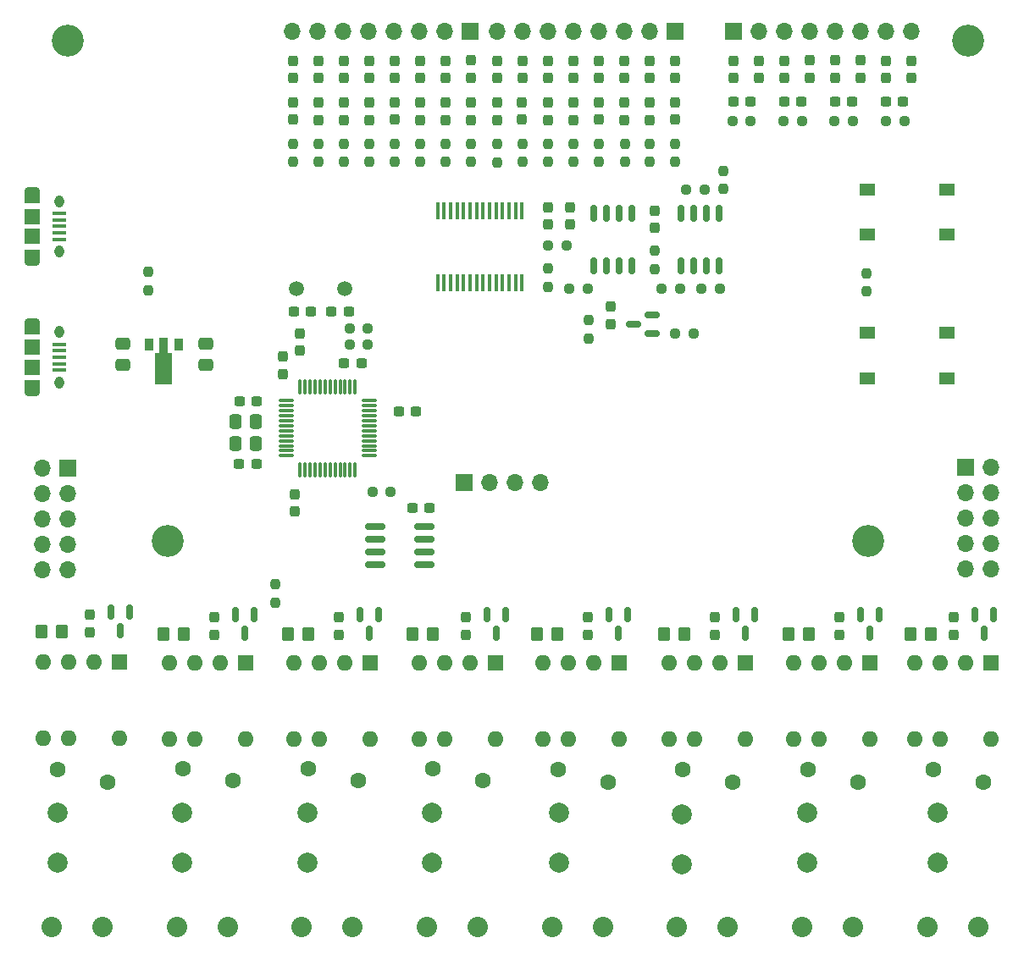
<source format=gts>
%TF.GenerationSoftware,KiCad,Pcbnew,(6.0.5)*%
%TF.CreationDate,2023-10-09T20:54:02-04:00*%
%TF.ProjectId,solar-controller-2023,736f6c61-722d-4636-9f6e-74726f6c6c65,rev?*%
%TF.SameCoordinates,Original*%
%TF.FileFunction,Soldermask,Top*%
%TF.FilePolarity,Negative*%
%FSLAX46Y46*%
G04 Gerber Fmt 4.6, Leading zero omitted, Abs format (unit mm)*
G04 Created by KiCad (PCBNEW (6.0.5)) date 2023-10-09 20:54:02*
%MOMM*%
%LPD*%
G01*
G04 APERTURE LIST*
G04 Aperture macros list*
%AMRoundRect*
0 Rectangle with rounded corners*
0 $1 Rounding radius*
0 $2 $3 $4 $5 $6 $7 $8 $9 X,Y pos of 4 corners*
0 Add a 4 corners polygon primitive as box body*
4,1,4,$2,$3,$4,$5,$6,$7,$8,$9,$2,$3,0*
0 Add four circle primitives for the rounded corners*
1,1,$1+$1,$2,$3*
1,1,$1+$1,$4,$5*
1,1,$1+$1,$6,$7*
1,1,$1+$1,$8,$9*
0 Add four rect primitives between the rounded corners*
20,1,$1+$1,$2,$3,$4,$5,0*
20,1,$1+$1,$4,$5,$6,$7,0*
20,1,$1+$1,$6,$7,$8,$9,0*
20,1,$1+$1,$8,$9,$2,$3,0*%
%AMFreePoly0*
4,1,9,3.862500,-0.866500,0.737500,-0.866500,0.737500,-0.450000,-0.737500,-0.450000,-0.737500,0.450000,0.737500,0.450000,0.737500,0.866500,3.862500,0.866500,3.862500,-0.866500,3.862500,-0.866500,$1*%
G04 Aperture macros list end*
%ADD10RoundRect,0.237500X-0.237500X0.250000X-0.237500X-0.250000X0.237500X-0.250000X0.237500X0.250000X0*%
%ADD11C,3.200000*%
%ADD12R,1.350000X0.400000*%
%ADD13R,1.550000X1.200000*%
%ADD14O,0.950000X1.250000*%
%ADD15R,1.550000X1.500000*%
%ADD16O,1.550000X0.890000*%
%ADD17RoundRect,0.150000X0.587500X0.150000X-0.587500X0.150000X-0.587500X-0.150000X0.587500X-0.150000X0*%
%ADD18C,2.000000*%
%ADD19C,1.500000*%
%ADD20O,1.600000X1.600000*%
%ADD21R,1.600000X1.600000*%
%ADD22R,0.900000X1.300000*%
%ADD23FreePoly0,270.000000*%
%ADD24RoundRect,0.075000X-0.662500X-0.075000X0.662500X-0.075000X0.662500X0.075000X-0.662500X0.075000X0*%
%ADD25RoundRect,0.075000X-0.075000X-0.662500X0.075000X-0.662500X0.075000X0.662500X-0.075000X0.662500X0*%
%ADD26RoundRect,0.150000X-0.825000X-0.150000X0.825000X-0.150000X0.825000X0.150000X-0.825000X0.150000X0*%
%ADD27RoundRect,0.150000X0.150000X-0.675000X0.150000X0.675000X-0.150000X0.675000X-0.150000X-0.675000X0*%
%ADD28R,0.450000X1.750000*%
%ADD29R,1.550000X1.300000*%
%ADD30C,1.600000*%
%ADD31RoundRect,0.250000X-0.350000X-0.450000X0.350000X-0.450000X0.350000X0.450000X-0.350000X0.450000X0*%
%ADD32RoundRect,0.237500X-0.250000X-0.237500X0.250000X-0.237500X0.250000X0.237500X-0.250000X0.237500X0*%
%ADD33RoundRect,0.237500X0.237500X-0.250000X0.237500X0.250000X-0.237500X0.250000X-0.237500X-0.250000X0*%
%ADD34RoundRect,0.237500X0.250000X0.237500X-0.250000X0.237500X-0.250000X-0.237500X0.250000X-0.237500X0*%
%ADD35RoundRect,0.150000X-0.150000X0.587500X-0.150000X-0.587500X0.150000X-0.587500X0.150000X0.587500X0*%
%ADD36C,2.032000*%
%ADD37O,1.700000X1.700000*%
%ADD38R,1.700000X1.700000*%
%ADD39RoundRect,0.237500X-0.237500X0.300000X-0.237500X-0.300000X0.237500X-0.300000X0.237500X0.300000X0*%
%ADD40RoundRect,0.237500X0.237500X-0.287500X0.237500X0.287500X-0.237500X0.287500X-0.237500X-0.287500X0*%
%ADD41RoundRect,0.237500X0.237500X-0.300000X0.237500X0.300000X-0.237500X0.300000X-0.237500X-0.300000X0*%
%ADD42RoundRect,0.237500X-0.300000X-0.237500X0.300000X-0.237500X0.300000X0.237500X-0.300000X0.237500X0*%
%ADD43RoundRect,0.237500X0.300000X0.237500X-0.300000X0.237500X-0.300000X-0.237500X0.300000X-0.237500X0*%
%ADD44RoundRect,0.250000X0.337500X0.475000X-0.337500X0.475000X-0.337500X-0.475000X0.337500X-0.475000X0*%
%ADD45RoundRect,0.250000X0.475000X-0.337500X0.475000X0.337500X-0.475000X0.337500X-0.475000X-0.337500X0*%
G04 APERTURE END LIST*
D10*
%TO.C,R44*%
X113030000Y-78081500D03*
X113030000Y-79906500D03*
%TD*%
D11*
%TO.C,REF\u002A\u002A*%
X185000000Y-105000000D03*
%TD*%
D12*
%TO.C,J5*%
X104135000Y-72240000D03*
X104135000Y-72890000D03*
X104135000Y-73540000D03*
X104135000Y-74190000D03*
X104135000Y-74840000D03*
D13*
X101435000Y-70640000D03*
D14*
X104135000Y-76040000D03*
D15*
X101435000Y-74540000D03*
D16*
X101435000Y-77040000D03*
D13*
X101435000Y-76440000D03*
D14*
X104135000Y-71040000D03*
D15*
X101435000Y-72540000D03*
D16*
X101435000Y-70040000D03*
%TD*%
D12*
%TO.C,J8*%
X104140000Y-85330000D03*
X104140000Y-85980000D03*
X104140000Y-86630000D03*
X104140000Y-87280000D03*
X104140000Y-87930000D03*
D13*
X101440000Y-83730000D03*
D14*
X104140000Y-89130000D03*
D15*
X101440000Y-87630000D03*
D16*
X101440000Y-90130000D03*
D13*
X101440000Y-89530000D03*
D14*
X104140000Y-84130000D03*
D15*
X101440000Y-85630000D03*
D16*
X101440000Y-83130000D03*
%TD*%
D11*
%TO.C,REF\u002A\u002A*%
X195000000Y-55000000D03*
%TD*%
%TO.C,REF\u002A\u002A*%
X115000000Y-105000000D03*
%TD*%
%TO.C,REF\u002A\u002A*%
X105000000Y-55000000D03*
%TD*%
D17*
%TO.C,Q1*%
X163450000Y-84260000D03*
X163450000Y-82360000D03*
X161575000Y-83310000D03*
%TD*%
D18*
%TO.C,F8*%
X141440000Y-132210000D03*
X141440000Y-137210000D03*
%TD*%
%TO.C,F7*%
X116440000Y-137210000D03*
X116440000Y-132210000D03*
%TD*%
%TO.C,F6*%
X128940000Y-132210000D03*
X128940000Y-137210000D03*
%TD*%
%TO.C,F5*%
X103940000Y-132210000D03*
X103940000Y-137210000D03*
%TD*%
%TO.C,F4*%
X191940000Y-132210000D03*
X191940000Y-137210000D03*
%TD*%
%TO.C,F3*%
X166370000Y-132334000D03*
X166370000Y-137334000D03*
%TD*%
%TO.C,F2*%
X178940000Y-132210000D03*
X178940000Y-137210000D03*
%TD*%
%TO.C,F1*%
X154090000Y-132210000D03*
X154090000Y-137210000D03*
%TD*%
D19*
%TO.C,Y1*%
X132710000Y-79810000D03*
X127830000Y-79810000D03*
%TD*%
D20*
%TO.C,U14*%
X147775000Y-124795000D03*
X142695000Y-124795000D03*
X140155000Y-124795000D03*
X140155000Y-117175000D03*
X142695000Y-117175000D03*
X145235000Y-117175000D03*
D21*
X147775000Y-117175000D03*
%TD*%
%TO.C,U13*%
X122800000Y-117175000D03*
D20*
X120260000Y-117175000D03*
X117720000Y-117175000D03*
X115180000Y-117175000D03*
X115180000Y-124795000D03*
X117720000Y-124795000D03*
X122800000Y-124795000D03*
%TD*%
%TO.C,U12*%
X135250000Y-124795000D03*
X130170000Y-124795000D03*
X127630000Y-124795000D03*
X127630000Y-117175000D03*
X130170000Y-117175000D03*
X132710000Y-117175000D03*
D21*
X135250000Y-117175000D03*
%TD*%
D20*
%TO.C,U11*%
X110200000Y-124745000D03*
X105120000Y-124745000D03*
X102580000Y-124745000D03*
X102580000Y-117125000D03*
X105120000Y-117125000D03*
X107660000Y-117125000D03*
D21*
X110200000Y-117125000D03*
%TD*%
%TO.C,U10*%
X197300000Y-117200000D03*
D20*
X194760000Y-117200000D03*
X192220000Y-117200000D03*
X189680000Y-117200000D03*
X189680000Y-124820000D03*
X192220000Y-124820000D03*
X197300000Y-124820000D03*
%TD*%
D21*
%TO.C,U9*%
X172700000Y-117175000D03*
D20*
X170160000Y-117175000D03*
X167620000Y-117175000D03*
X165080000Y-117175000D03*
X165080000Y-124795000D03*
X167620000Y-124795000D03*
X172700000Y-124795000D03*
%TD*%
D21*
%TO.C,U8*%
X185156000Y-117200000D03*
D20*
X182616000Y-117200000D03*
X180076000Y-117200000D03*
X177536000Y-117200000D03*
X177536000Y-124820000D03*
X180076000Y-124820000D03*
X185156000Y-124820000D03*
%TD*%
D21*
%TO.C,U7*%
X160150000Y-117175000D03*
D20*
X157610000Y-117175000D03*
X155070000Y-117175000D03*
X152530000Y-117175000D03*
X152530000Y-124795000D03*
X155070000Y-124795000D03*
X160150000Y-124795000D03*
%TD*%
D22*
%TO.C,U6*%
X116088000Y-85381500D03*
D23*
X114588000Y-85469000D03*
D22*
X113088000Y-85381500D03*
%TD*%
D24*
%TO.C,U5*%
X126807500Y-90980000D03*
X126807500Y-91480000D03*
X126807500Y-91980000D03*
X126807500Y-92480000D03*
X126807500Y-92980000D03*
X126807500Y-93480000D03*
X126807500Y-93980000D03*
X126807500Y-94480000D03*
X126807500Y-94980000D03*
X126807500Y-95480000D03*
X126807500Y-95980000D03*
X126807500Y-96480000D03*
D25*
X128220000Y-97892500D03*
X128720000Y-97892500D03*
X129220000Y-97892500D03*
X129720000Y-97892500D03*
X130220000Y-97892500D03*
X130720000Y-97892500D03*
X131220000Y-97892500D03*
X131720000Y-97892500D03*
X132220000Y-97892500D03*
X132720000Y-97892500D03*
X133220000Y-97892500D03*
X133720000Y-97892500D03*
D24*
X135132500Y-96480000D03*
X135132500Y-95980000D03*
X135132500Y-95480000D03*
X135132500Y-94980000D03*
X135132500Y-94480000D03*
X135132500Y-93980000D03*
X135132500Y-93480000D03*
X135132500Y-92980000D03*
X135132500Y-92480000D03*
X135132500Y-91980000D03*
X135132500Y-91480000D03*
X135132500Y-90980000D03*
D25*
X133720000Y-89567500D03*
X133220000Y-89567500D03*
X132720000Y-89567500D03*
X132220000Y-89567500D03*
X131720000Y-89567500D03*
X131220000Y-89567500D03*
X130720000Y-89567500D03*
X130220000Y-89567500D03*
X129720000Y-89567500D03*
X129220000Y-89567500D03*
X128720000Y-89567500D03*
X128220000Y-89567500D03*
%TD*%
D26*
%TO.C,U4*%
X135705000Y-103595000D03*
X135705000Y-104865000D03*
X135705000Y-106135000D03*
X135705000Y-107405000D03*
X140655000Y-107405000D03*
X140655000Y-106135000D03*
X140655000Y-104865000D03*
X140655000Y-103595000D03*
%TD*%
D27*
%TO.C,U3*%
X166306000Y-72220000D03*
X167576000Y-72220000D03*
X168846000Y-72220000D03*
X170116000Y-72220000D03*
X170116000Y-77470000D03*
X168846000Y-77470000D03*
X167576000Y-77470000D03*
X166306000Y-77470000D03*
%TD*%
%TO.C,U2*%
X157536000Y-72245000D03*
X158806000Y-72245000D03*
X160076000Y-72245000D03*
X161346000Y-72245000D03*
X161346000Y-77495000D03*
X160076000Y-77495000D03*
X158806000Y-77495000D03*
X157536000Y-77495000D03*
%TD*%
D28*
%TO.C,U1*%
X150416000Y-79170000D03*
X149766000Y-79170000D03*
X149116000Y-79170000D03*
X148466000Y-79170000D03*
X147816000Y-79170000D03*
X147166000Y-79170000D03*
X146516000Y-79170000D03*
X145866000Y-79170000D03*
X145216000Y-79170000D03*
X144566000Y-79170000D03*
X143916000Y-79170000D03*
X143266000Y-79170000D03*
X142616000Y-79170000D03*
X141966000Y-79170000D03*
X141966000Y-71970000D03*
X142616000Y-71970000D03*
X143266000Y-71970000D03*
X143916000Y-71970000D03*
X144566000Y-71970000D03*
X145216000Y-71970000D03*
X145866000Y-71970000D03*
X146516000Y-71970000D03*
X147166000Y-71970000D03*
X147816000Y-71970000D03*
X148466000Y-71970000D03*
X149116000Y-71970000D03*
X149766000Y-71970000D03*
X150416000Y-71970000D03*
%TD*%
D29*
%TO.C,SW2*%
X192905000Y-84210000D03*
X184955000Y-84210000D03*
X184955000Y-88710000D03*
X192905000Y-88710000D03*
%TD*%
%TO.C,SW1*%
X192905000Y-74390000D03*
X184955000Y-74390000D03*
X184955000Y-69890000D03*
X192905000Y-69890000D03*
%TD*%
D30*
%TO.C,RV8*%
X146500000Y-129000000D03*
X141500000Y-127800000D03*
%TD*%
%TO.C,RV7*%
X116500000Y-127800000D03*
X121500000Y-129000000D03*
%TD*%
%TO.C,RV6*%
X134000000Y-129000000D03*
X129000000Y-127800000D03*
%TD*%
%TO.C,RV5*%
X109000000Y-129100000D03*
X104000000Y-127900000D03*
%TD*%
%TO.C,RV4*%
X191500000Y-127900000D03*
X196500000Y-129100000D03*
%TD*%
%TO.C,RV3*%
X171500000Y-129100000D03*
X166500000Y-127900000D03*
%TD*%
%TO.C,RV2*%
X184000000Y-129100000D03*
X179000000Y-127900000D03*
%TD*%
%TO.C,RV1*%
X159000000Y-129100000D03*
X154000000Y-127900000D03*
%TD*%
D31*
%TO.C,R43*%
X139462000Y-114300000D03*
X141462000Y-114300000D03*
%TD*%
%TO.C,R42*%
X114570000Y-114300000D03*
X116570000Y-114300000D03*
%TD*%
%TO.C,R41*%
X127016000Y-114300000D03*
X129016000Y-114300000D03*
%TD*%
%TO.C,R40*%
X102378000Y-114046000D03*
X104378000Y-114046000D03*
%TD*%
%TO.C,R39*%
X191246000Y-114300000D03*
X189246000Y-114300000D03*
%TD*%
%TO.C,R38*%
X164608000Y-114300000D03*
X166608000Y-114300000D03*
%TD*%
%TO.C,R37*%
X177038000Y-114300000D03*
X179038000Y-114300000D03*
%TD*%
%TO.C,R36*%
X151924000Y-114300000D03*
X153924000Y-114300000D03*
%TD*%
D32*
%TO.C,R35*%
X135465000Y-100130000D03*
X137290000Y-100130000D03*
%TD*%
D10*
%TO.C,R34*%
X125750000Y-109357500D03*
X125750000Y-111182500D03*
%TD*%
D32*
%TO.C,R33*%
X133170000Y-83720000D03*
X134995000Y-83720000D03*
%TD*%
%TO.C,R32*%
X133180000Y-85360000D03*
X135005000Y-85360000D03*
%TD*%
D33*
%TO.C,R31*%
X184870000Y-80042500D03*
X184870000Y-78217500D03*
%TD*%
D32*
%TO.C,R30*%
X188623500Y-63005000D03*
X186798500Y-63005000D03*
%TD*%
%TO.C,R29*%
X183473500Y-63025000D03*
X181648500Y-63025000D03*
%TD*%
%TO.C,R28*%
X178373500Y-63005000D03*
X176548500Y-63005000D03*
%TD*%
%TO.C,R27*%
X173273500Y-63025000D03*
X171448500Y-63025000D03*
%TD*%
D10*
%TO.C,R26*%
X157060000Y-82910000D03*
X157060000Y-84735000D03*
%TD*%
D34*
%TO.C,R25*%
X167550000Y-84250000D03*
X165725000Y-84250000D03*
%TD*%
D33*
%TO.C,R24*%
X170561000Y-67982500D03*
X170561000Y-69807500D03*
%TD*%
D32*
%TO.C,R23*%
X168663500Y-69825000D03*
X166838500Y-69825000D03*
%TD*%
%TO.C,R22*%
X166186000Y-79795000D03*
X164361000Y-79795000D03*
%TD*%
%TO.C,R21*%
X170186000Y-79770000D03*
X168361000Y-79770000D03*
%TD*%
%TO.C,R20*%
X155153500Y-79770000D03*
X156978500Y-79770000D03*
%TD*%
D10*
%TO.C,R19*%
X163691000Y-77807500D03*
X163691000Y-75982500D03*
%TD*%
D33*
%TO.C,R18*%
X153016000Y-77757500D03*
X153016000Y-79582500D03*
%TD*%
D34*
%TO.C,R17*%
X153003500Y-75470000D03*
X154828500Y-75470000D03*
%TD*%
D33*
%TO.C,R16*%
X127531000Y-65285000D03*
X127531000Y-67110000D03*
%TD*%
D10*
%TO.C,R15*%
X130041000Y-67100000D03*
X130041000Y-65275000D03*
%TD*%
D33*
%TO.C,R14*%
X132611000Y-65272500D03*
X132611000Y-67097500D03*
%TD*%
D10*
%TO.C,R13*%
X135161000Y-67089500D03*
X135161000Y-65264500D03*
%TD*%
D33*
%TO.C,R12*%
X137701000Y-65264500D03*
X137701000Y-67089500D03*
%TD*%
D10*
%TO.C,R11*%
X140241000Y-67089500D03*
X140241000Y-65264500D03*
%TD*%
D33*
%TO.C,R10*%
X142781000Y-65264500D03*
X142781000Y-67089500D03*
%TD*%
D10*
%TO.C,R9*%
X145321000Y-67089500D03*
X145321000Y-65264500D03*
%TD*%
D33*
%TO.C,R8*%
X147916000Y-65307500D03*
X147916000Y-67132500D03*
%TD*%
D10*
%TO.C,R7*%
X150441000Y-67107500D03*
X150441000Y-65282500D03*
%TD*%
D33*
%TO.C,R6*%
X153016000Y-65282500D03*
X153016000Y-67107500D03*
%TD*%
D10*
%TO.C,R5*%
X155541000Y-67107500D03*
X155541000Y-65282500D03*
%TD*%
D33*
%TO.C,R4*%
X158091000Y-65282500D03*
X158091000Y-67107500D03*
%TD*%
D10*
%TO.C,R3*%
X160666000Y-67107500D03*
X160666000Y-65282500D03*
%TD*%
D33*
%TO.C,R2*%
X163186000Y-67107500D03*
X163186000Y-65282500D03*
%TD*%
D10*
%TO.C,R1*%
X165716000Y-65282500D03*
X165716000Y-67107500D03*
%TD*%
D35*
%TO.C,Q9*%
X148778000Y-112346500D03*
X146878000Y-112346500D03*
X147828000Y-114221500D03*
%TD*%
%TO.C,Q8*%
X123632000Y-112346500D03*
X121732000Y-112346500D03*
X122682000Y-114221500D03*
%TD*%
%TO.C,Q7*%
X136078000Y-112346500D03*
X134178000Y-112346500D03*
X135128000Y-114221500D03*
%TD*%
%TO.C,Q6*%
X110236000Y-113967500D03*
X109286000Y-112092500D03*
X111186000Y-112092500D03*
%TD*%
%TO.C,Q5*%
X196596000Y-114221500D03*
X195646000Y-112346500D03*
X197546000Y-112346500D03*
%TD*%
%TO.C,Q4*%
X172720000Y-114221500D03*
X171770000Y-112346500D03*
X173670000Y-112346500D03*
%TD*%
%TO.C,Q3*%
X185166000Y-114221500D03*
X184216000Y-112346500D03*
X186116000Y-112346500D03*
%TD*%
%TO.C,Q2*%
X160970000Y-112346500D03*
X159070000Y-112346500D03*
X160020000Y-114221500D03*
%TD*%
D36*
%TO.C,OUT_7*%
X103400000Y-143610000D03*
X108480000Y-143610000D03*
%TD*%
%TO.C,OUT_6*%
X115900000Y-143610000D03*
X120980000Y-143610000D03*
%TD*%
%TO.C,OUT_5*%
X133480000Y-143610000D03*
X128400000Y-143610000D03*
%TD*%
%TO.C,OUT_4*%
X145980000Y-143610000D03*
X140900000Y-143610000D03*
%TD*%
%TO.C,OUT_3*%
X158486600Y-143610000D03*
X153406600Y-143610000D03*
%TD*%
%TO.C,OUT_2*%
X170986600Y-143610000D03*
X165906600Y-143610000D03*
%TD*%
%TO.C,OUT_1*%
X183480000Y-143610000D03*
X178400000Y-143610000D03*
%TD*%
%TO.C,OUT_0*%
X190900000Y-143610000D03*
X195980000Y-143610000D03*
%TD*%
D37*
%TO.C,J7*%
X102466000Y-107858000D03*
X105006000Y-107858000D03*
X102466000Y-105318000D03*
X105006000Y-105318000D03*
X102466000Y-102778000D03*
X105006000Y-102778000D03*
X102466000Y-100238000D03*
X105006000Y-100238000D03*
X102466000Y-97698000D03*
D38*
X105006000Y-97698000D03*
%TD*%
D37*
%TO.C,J6*%
X197315000Y-107835000D03*
X194775000Y-107835000D03*
X197315000Y-105295000D03*
X194775000Y-105295000D03*
X197315000Y-102755000D03*
X194775000Y-102755000D03*
X197315000Y-100215000D03*
X194775000Y-100215000D03*
X197315000Y-97675000D03*
D38*
X194775000Y-97675000D03*
%TD*%
%TO.C,J4*%
X144660000Y-99120000D03*
D37*
X147200000Y-99120000D03*
X149740000Y-99120000D03*
X152280000Y-99120000D03*
%TD*%
%TO.C,J3*%
X189306000Y-53995000D03*
X186766000Y-53995000D03*
X184226000Y-53995000D03*
X181686000Y-53995000D03*
X179146000Y-53995000D03*
X176606000Y-53995000D03*
X174066000Y-53995000D03*
D38*
X171526000Y-53995000D03*
%TD*%
D37*
%TO.C,J2*%
X127446000Y-54005000D03*
X129986000Y-54005000D03*
X132526000Y-54005000D03*
X135066000Y-54005000D03*
X137606000Y-54005000D03*
X140146000Y-54005000D03*
X142686000Y-54005000D03*
D38*
X145226000Y-54005000D03*
%TD*%
D37*
%TO.C,J1*%
X147881000Y-54005000D03*
X150421000Y-54005000D03*
X152961000Y-54005000D03*
X155501000Y-54005000D03*
X158041000Y-54005000D03*
X160581000Y-54005000D03*
X163121000Y-54005000D03*
D38*
X165661000Y-54005000D03*
%TD*%
D39*
%TO.C,FB24*%
X189351000Y-58685000D03*
X189351000Y-56960000D03*
%TD*%
%TO.C,FB23*%
X186781000Y-58697500D03*
X186781000Y-56972500D03*
%TD*%
%TO.C,FB22*%
X184241000Y-58657500D03*
X184241000Y-56932500D03*
%TD*%
%TO.C,FB21*%
X181681000Y-58657500D03*
X181681000Y-56932500D03*
%TD*%
%TO.C,FB20*%
X179161000Y-58667500D03*
X179161000Y-56942500D03*
%TD*%
%TO.C,FB19*%
X176591000Y-58695000D03*
X176591000Y-56970000D03*
%TD*%
%TO.C,FB18*%
X174061000Y-58727500D03*
X174061000Y-57002500D03*
%TD*%
%TO.C,FB17*%
X171551000Y-58705000D03*
X171551000Y-56980000D03*
%TD*%
%TO.C,FB16*%
X127511000Y-56992500D03*
X127511000Y-58717500D03*
%TD*%
%TO.C,FB15*%
X130031000Y-58717500D03*
X130031000Y-56992500D03*
%TD*%
%TO.C,FB14*%
X132581000Y-58707500D03*
X132581000Y-56982500D03*
%TD*%
%TO.C,FB13*%
X135111000Y-58697500D03*
X135111000Y-56972500D03*
%TD*%
%TO.C,FB12*%
X137651000Y-58707500D03*
X137651000Y-56982500D03*
%TD*%
%TO.C,FB11*%
X140191000Y-58717500D03*
X140191000Y-56992500D03*
%TD*%
%TO.C,FB10*%
X142731000Y-58717500D03*
X142731000Y-56992500D03*
%TD*%
%TO.C,FB9*%
X145271000Y-56952500D03*
X145271000Y-58677500D03*
%TD*%
%TO.C,FB8*%
X147941000Y-57007500D03*
X147941000Y-58732500D03*
%TD*%
%TO.C,FB7*%
X150466000Y-58732500D03*
X150466000Y-57007500D03*
%TD*%
%TO.C,FB6*%
X153016000Y-58732500D03*
X153016000Y-57007500D03*
%TD*%
%TO.C,FB5*%
X155541000Y-58732500D03*
X155541000Y-57007500D03*
%TD*%
%TO.C,FB4*%
X158091000Y-58707500D03*
X158091000Y-56982500D03*
%TD*%
%TO.C,FB3*%
X160616000Y-58707500D03*
X160616000Y-56982500D03*
%TD*%
%TO.C,FB2*%
X163166000Y-58732500D03*
X163166000Y-57007500D03*
%TD*%
%TO.C,FB1*%
X165716000Y-57007500D03*
X165716000Y-58732500D03*
%TD*%
D40*
%TO.C,D8*%
X144780000Y-114413000D03*
X144780000Y-112663000D03*
%TD*%
%TO.C,D7*%
X119634000Y-114413000D03*
X119634000Y-112663000D03*
%TD*%
%TO.C,D6*%
X132080000Y-114413000D03*
X132080000Y-112663000D03*
%TD*%
%TO.C,D5*%
X107188000Y-114159000D03*
X107188000Y-112409000D03*
%TD*%
%TO.C,D4*%
X193548000Y-114413000D03*
X193548000Y-112663000D03*
%TD*%
%TO.C,D3*%
X169672000Y-114413000D03*
X169672000Y-112663000D03*
%TD*%
%TO.C,D2*%
X182118000Y-114413000D03*
X182118000Y-112663000D03*
%TD*%
%TO.C,D1*%
X156972000Y-114413000D03*
X156972000Y-112663000D03*
%TD*%
D41*
%TO.C,C38*%
X128220000Y-84247500D03*
X128220000Y-85972500D03*
%TD*%
D42*
%TO.C,C37*%
X132627500Y-87200000D03*
X134352500Y-87200000D03*
%TD*%
D43*
%TO.C,C36*%
X122137500Y-97260000D03*
X123862500Y-97260000D03*
%TD*%
D44*
%TO.C,C35*%
X121742500Y-95280000D03*
X123817500Y-95280000D03*
%TD*%
%TO.C,C34*%
X121752500Y-93070000D03*
X123827500Y-93070000D03*
%TD*%
D43*
%TO.C,C33*%
X122167500Y-91060000D03*
X123892500Y-91060000D03*
%TD*%
D41*
%TO.C,C32*%
X126470000Y-88312500D03*
X126470000Y-86587500D03*
%TD*%
D42*
%TO.C,C31*%
X138110000Y-92070000D03*
X139835000Y-92070000D03*
%TD*%
D39*
%TO.C,C30*%
X127700000Y-100347500D03*
X127700000Y-102072500D03*
%TD*%
D43*
%TO.C,C29*%
X129297500Y-82040000D03*
X127572500Y-82040000D03*
%TD*%
D42*
%TO.C,C28*%
X131357500Y-82040000D03*
X133082500Y-82040000D03*
%TD*%
D45*
%TO.C,C27*%
X118780000Y-87377500D03*
X118780000Y-85302500D03*
%TD*%
%TO.C,C26*%
X110470000Y-87377500D03*
X110470000Y-85302500D03*
%TD*%
D43*
%TO.C,C25*%
X141152500Y-101710000D03*
X139427500Y-101710000D03*
%TD*%
D42*
%TO.C,C24*%
X188516000Y-61095000D03*
X186791000Y-61095000D03*
%TD*%
%TO.C,C23*%
X183391000Y-61095000D03*
X181666000Y-61095000D03*
%TD*%
%TO.C,C22*%
X178311000Y-61095000D03*
X176586000Y-61095000D03*
%TD*%
%TO.C,C21*%
X173261000Y-61095000D03*
X171536000Y-61095000D03*
%TD*%
D41*
%TO.C,C20*%
X159280000Y-81585000D03*
X159280000Y-83310000D03*
%TD*%
D39*
%TO.C,C19*%
X163641000Y-73682500D03*
X163641000Y-71957500D03*
%TD*%
%TO.C,C18*%
X155216000Y-73332500D03*
X155216000Y-71607500D03*
%TD*%
%TO.C,C17*%
X153016000Y-73332500D03*
X153016000Y-71607500D03*
%TD*%
%TO.C,C16*%
X127511000Y-61155000D03*
X127511000Y-62880000D03*
%TD*%
D41*
%TO.C,C15*%
X130041000Y-61170000D03*
X130041000Y-62895000D03*
%TD*%
D39*
%TO.C,C14*%
X132581000Y-62882500D03*
X132581000Y-61157500D03*
%TD*%
D41*
%TO.C,C13*%
X135116000Y-61157500D03*
X135116000Y-62882500D03*
%TD*%
D39*
%TO.C,C12*%
X137661000Y-62840000D03*
X137661000Y-61115000D03*
%TD*%
D41*
%TO.C,C11*%
X140201000Y-61157500D03*
X140201000Y-62882500D03*
%TD*%
D39*
%TO.C,C10*%
X142741000Y-62895000D03*
X142741000Y-61170000D03*
%TD*%
D41*
%TO.C,C9*%
X145291000Y-61182500D03*
X145291000Y-62907500D03*
%TD*%
D39*
%TO.C,C8*%
X147891000Y-62882500D03*
X147891000Y-61157500D03*
%TD*%
D41*
%TO.C,C7*%
X150416000Y-61145000D03*
X150416000Y-62870000D03*
%TD*%
D39*
%TO.C,C6*%
X153016000Y-62895000D03*
X153016000Y-61170000D03*
%TD*%
D41*
%TO.C,C5*%
X155566000Y-61170000D03*
X155566000Y-62895000D03*
%TD*%
D39*
%TO.C,C4*%
X158066000Y-62870000D03*
X158066000Y-61145000D03*
%TD*%
D41*
%TO.C,C3*%
X160616000Y-61182500D03*
X160616000Y-62907500D03*
%TD*%
D39*
%TO.C,C2*%
X163191000Y-61182500D03*
X163191000Y-62907500D03*
%TD*%
D41*
%TO.C,C1*%
X165716000Y-62857500D03*
X165716000Y-61132500D03*
%TD*%
M02*

</source>
